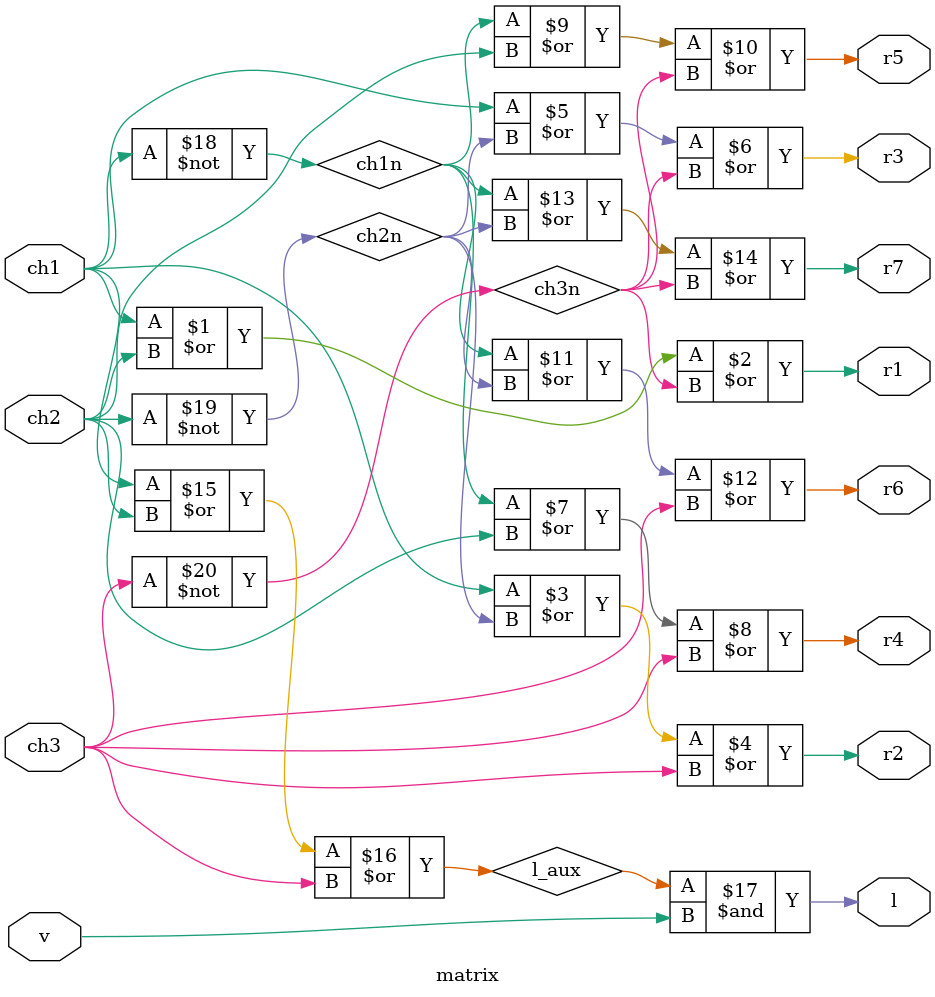
<source format=v>
module matrix (
	v,
	ch1, ch2, ch3,
	r1, r2, r3, r4, r5, r6, r7,
	l
);

	input v, ch1, ch2, ch3;							// MSB → LSB
	output r1, r2, r3, r4, r5, r6, r7, l;
	
	wire ch1n, ch2n, ch3n;
	wire l_aux;
	
	not(ch1n, ch1);
	not(ch2n, ch2);
	not(ch3n, ch3);
	
	or(r1, ch1, ch2, ch3n);						// first row
	or(r2, ch1, ch2n, ch3);						// second row
	or(r3, ch1, ch2n, ch3n);
	or(r4, ch1n, ch2, ch3);
	or(r5, ch1n, ch2, ch3n);
	or(r6, ch1n, ch2n, ch3);
	or(r7, ch1n, ch2n, ch3n);					// last row

	or(l_aux, ch1, ch2, ch3);
	and(l, l_aux, v);								// display
endmodule
</source>
